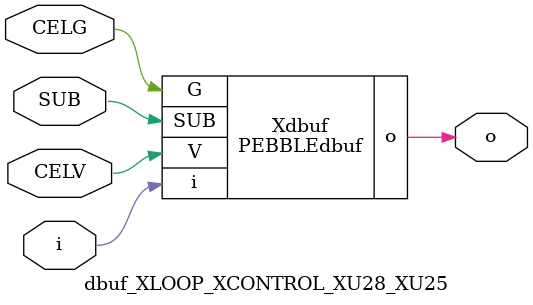
<source format=v>



module PEBBLEdbuf ( o, G, SUB, V, i );

  input V;
  input i;
  input G;
  output o;
  input SUB;
endmodule

//Celera Confidential Do Not Copy dbuf_XLOOP_XCONTROL_XU28_XU25
//Celera Confidential Symbol Generator
//Digital Buffer
module dbuf_XLOOP_XCONTROL_XU28_XU25 (CELV,CELG,i,o,SUB);
input CELV;
input CELG;
input i;
input SUB;
output o;

//Celera Confidential Do Not Copy dbuf
PEBBLEdbuf Xdbuf(
.V (CELV),
.i (i),
.o (o),
.SUB (SUB),
.G (CELG)
);
//,diesize,PEBBLEdbuf

//Celera Confidential Do Not Copy Module End
//Celera Schematic Generator
endmodule

</source>
